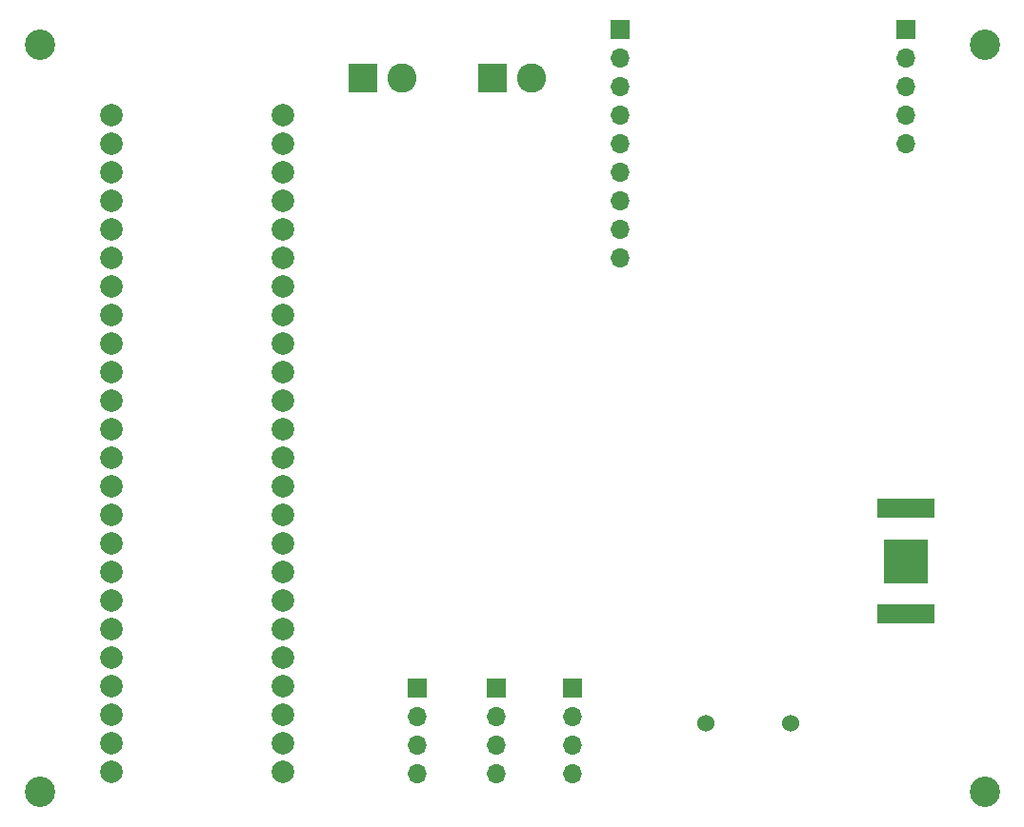
<source format=gbr>
%TF.GenerationSoftware,KiCad,Pcbnew,7.0.7*%
%TF.CreationDate,2024-02-14T21:09:05-05:00*%
%TF.ProjectId,Unified_Board,556e6966-6965-4645-9f42-6f6172642e6b,rev?*%
%TF.SameCoordinates,Original*%
%TF.FileFunction,Soldermask,Bot*%
%TF.FilePolarity,Negative*%
%FSLAX46Y46*%
G04 Gerber Fmt 4.6, Leading zero omitted, Abs format (unit mm)*
G04 Created by KiCad (PCBNEW 7.0.7) date 2024-02-14 21:09:05*
%MOMM*%
%LPD*%
G01*
G04 APERTURE LIST*
%ADD10R,1.700000X1.700000*%
%ADD11O,1.700000X1.700000*%
%ADD12R,2.600000X2.600000*%
%ADD13C,2.600000*%
%ADD14C,2.700000*%
%ADD15C,1.524000*%
%ADD16C,2.000000*%
%ADD17R,5.080000X1.780000*%
%ADD18R,3.960000X3.960000*%
G04 APERTURE END LIST*
D10*
%TO.C,J3*%
X107600000Y-96000000D03*
D11*
X107600000Y-98540000D03*
X107600000Y-101080000D03*
X107600000Y-103620000D03*
%TD*%
D12*
%TO.C,J1*%
X102750000Y-41750000D03*
D13*
X106250000Y-41750000D03*
%TD*%
D14*
%TO.C,H1*%
X158000000Y-38750000D03*
%TD*%
D12*
%TO.C,J7*%
X114250000Y-41750000D03*
D13*
X117750000Y-41750000D03*
%TD*%
D10*
%TO.C,J2*%
X114600000Y-96000000D03*
D11*
X114600000Y-98540000D03*
X114600000Y-101080000D03*
X114600000Y-103620000D03*
%TD*%
D10*
%TO.C,J4*%
X121400000Y-96000000D03*
D11*
X121400000Y-98540000D03*
X121400000Y-101080000D03*
X121400000Y-103620000D03*
%TD*%
D10*
%TO.C,J5*%
X151000000Y-37380000D03*
D11*
X151000000Y-39920000D03*
X151000000Y-42460000D03*
X151000000Y-45000000D03*
X151000000Y-47540000D03*
%TD*%
D10*
%TO.C,J6*%
X125600000Y-37380000D03*
D11*
X125600000Y-39920000D03*
X125600000Y-42460000D03*
X125600000Y-45000000D03*
X125600000Y-47540000D03*
X125600000Y-50080000D03*
X125600000Y-52620000D03*
X125600000Y-55160000D03*
X125600000Y-57700000D03*
%TD*%
D14*
%TO.C,H3*%
X74000000Y-105250000D03*
%TD*%
%TO.C,H2*%
X74000000Y-38750000D03*
%TD*%
D15*
%TO.C,BZ1*%
X133250000Y-99100000D03*
X140750000Y-99100000D03*
%TD*%
D14*
%TO.C,H4*%
X158000000Y-105250000D03*
%TD*%
D16*
%TO.C,Teensy4.1*%
X80380000Y-44990000D03*
X80380000Y-47530000D03*
X80380000Y-50070000D03*
X80380000Y-52610000D03*
X80380000Y-55150000D03*
X80380000Y-57690000D03*
X80380000Y-60230000D03*
X80380000Y-62770000D03*
X80380000Y-65310000D03*
X80380000Y-67850000D03*
X80380000Y-70390000D03*
X80380000Y-72930000D03*
X80380000Y-75470000D03*
X80380000Y-78010000D03*
X80380000Y-80550000D03*
X80380000Y-83090000D03*
X80380000Y-85630000D03*
X80380000Y-88170000D03*
X80380000Y-90710000D03*
X80380000Y-93250000D03*
X80380000Y-95790000D03*
X80380000Y-98330000D03*
X80380000Y-100870000D03*
X80380000Y-103410000D03*
X95620000Y-103410000D03*
X95620000Y-100870000D03*
X95620000Y-98330000D03*
X95620000Y-95790000D03*
X95620000Y-93250000D03*
X95620000Y-90710000D03*
X95620000Y-88170000D03*
X95620000Y-85630000D03*
X95620000Y-83090000D03*
X95620000Y-80550000D03*
X95620000Y-78010000D03*
X95620000Y-75470000D03*
X95620000Y-72930000D03*
X95620000Y-70390000D03*
X95620000Y-67850000D03*
X95620000Y-65310000D03*
X95620000Y-62770000D03*
X95620000Y-60230000D03*
X95620000Y-57690000D03*
X95620000Y-55150000D03*
X95620000Y-52610000D03*
X95620000Y-50070000D03*
X95620000Y-47530000D03*
X95620000Y-44990000D03*
%TD*%
D17*
%TO.C,BT1*%
X151000000Y-89400000D03*
X151000000Y-80000000D03*
D18*
X151000000Y-84700000D03*
%TD*%
M02*

</source>
